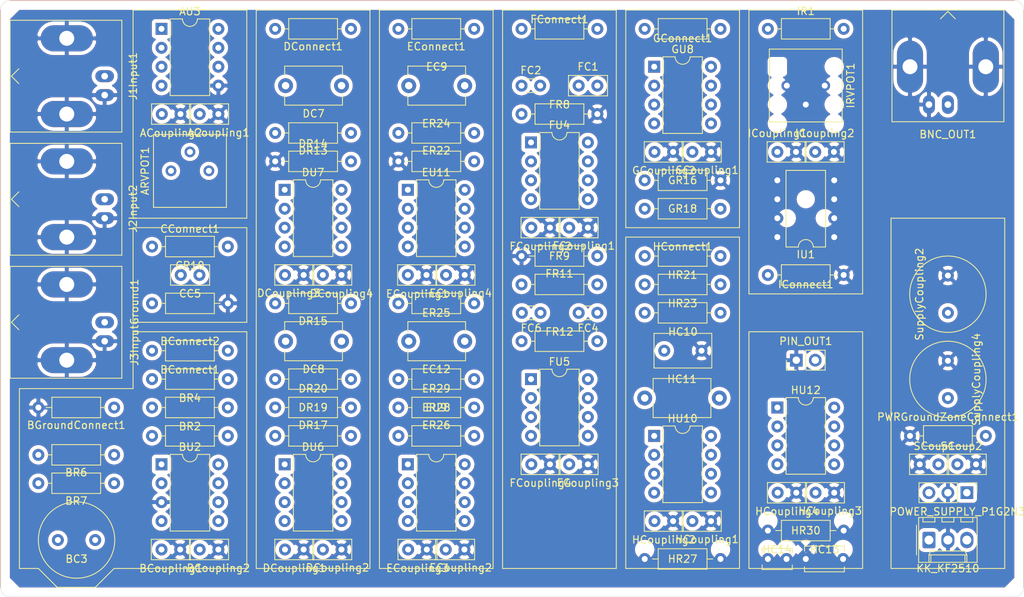
<source format=kicad_pcb>
(kicad_pcb (version 20171130) (host pcbnew "(5.1.2-1)-1")
  (layers (0 GND_1 power hide) (1 SIG_1 mixed) (2 SIG_2 mixed) (31 GND_2 power hide) (34 B.Paste user) (35 F.Paste user) (36 B.SilkS user) (37 F.SilkS user hide) (38 B.Mask user) (39 F.Mask user) (44 Edge.Cuts user))
  (net 0 "")
  (net 1 +9V)
  (net 2 -9V)
  (net 3 "Net-(ARVPOT1-Pad1)")
  (net 4 "Net-(ARVPOT1-Pad2)")
  (net 5 "Net-(AU3-Pad3)")
  (net 6 "Net-(AU3-Pad6)")
  (net 7 "Net-(AU3-Pad2)")
  (net 8 "Net-(BC3-Pad2)")
  (net 9 "Net-(BC3-Pad1)")
  (net 10 "Net-(BConnect1-Pad1)")
  (net 11 "Net-(BConnect2-Pad1)")
  (net 12 "Net-(BNC_OUT1-Pad1)")
  (net 13 "Net-(BR2-Pad2)")
  (net 14 "Net-(BU2-Pad8)")
  (net 15 "Net-(BU2-Pad5)")
  (net 16 "Net-(BU2-Pad1)")
  (net 17 "Net-(CC5-Pad2)")
  (net 18 "Net-(CC5-Pad1)")
  (net 19 "Net-(DC7-Pad2)")
  (net 20 "Net-(DC7-Pad1)")
  (net 21 "Net-(DC8-Pad2)")
  (net 22 "Net-(DC8-Pad1)")
  (net 23 "Net-(DR17-Pad1)")
  (net 24 "Net-(DR19-Pad1)")
  (net 25 "Net-(DU6-Pad8)")
  (net 26 "Net-(DU6-Pad5)")
  (net 27 "Net-(DU6-Pad1)")
  (net 28 "Net-(DU7-Pad8)")
  (net 29 "Net-(DU7-Pad5)")
  (net 30 "Net-(DU7-Pad1)")
  (net 31 "Net-(EC9-Pad2)")
  (net 32 "Net-(EC9-Pad1)")
  (net 33 "Net-(EC12-Pad2)")
  (net 34 "Net-(EC12-Pad1)")
  (net 35 "Net-(ER26-Pad1)")
  (net 36 "Net-(ER28-Pad1)")
  (net 37 "Net-(EU9-Pad8)")
  (net 38 "Net-(EU9-Pad5)")
  (net 39 "Net-(EU9-Pad1)")
  (net 40 "Net-(EU11-Pad8)")
  (net 41 "Net-(EU11-Pad5)")
  (net 42 "Net-(EU11-Pad1)")
  (net 43 "Net-(FC1-Pad2)")
  (net 44 "Net-(FC1-Pad1)")
  (net 45 "Net-(FC2-Pad1)")
  (net 46 "Net-(FC4-Pad2)")
  (net 47 "Net-(FC4-Pad1)")
  (net 48 "Net-(FC6-Pad1)")
  (net 49 "Net-(FR12-Pad1)")
  (net 50 "Net-(FU4-Pad8)")
  (net 51 "Net-(FU4-Pad5)")
  (net 52 "Net-(FU4-Pad1)")
  (net 53 "Net-(FU5-Pad8)")
  (net 54 "Net-(FU5-Pad5)")
  (net 55 "Net-(FU5-Pad1)")
  (net 56 "Net-(GConnect1-Pad2)")
  (net 57 "Net-(GR16-Pad2)")
  (net 58 "Net-(GR18-Pad1)")
  (net 59 "Net-(GU8-Pad8)")
  (net 60 "Net-(GU8-Pad5)")
  (net 61 "Net-(GU8-Pad1)")
  (net 62 "Net-(HC10-Pad2)")
  (net 63 "Net-(HC11-Pad2)")
  (net 64 "Net-(HC11-Pad1)")
  (net 65 "Net-(HC13-Pad2)")
  (net 66 "Net-(HC14-Pad2)")
  (net 67 "Net-(HC14-Pad1)")
  (net 68 "Net-(HConnect1-Pad2)")
  (net 69 "Net-(HU10-Pad8)")
  (net 70 "Net-(HU10-Pad5)")
  (net 71 "Net-(HU10-Pad1)")
  (net 72 "Net-(HU12-Pad8)")
  (net 73 "Net-(HU12-Pad5)")
  (net 74 "Net-(HU12-Pad1)")
  (net 75 "Net-(IConnect1-Pad2)")
  (net 76 "Net-(IR1-Pad2)")
  (net 77 "Net-(IU1-Pad8)")
  (net 78 "Net-(IU1-Pad5)")
  (net 79 "Net-(IU1-Pad1)")
  (net 80 GND)
  (net 81 GNDA)
  (module Package_DIP:DIP-8_W7.62mm (layer GND_1) (at 118.11 83.82)
    (fp_text reference EU9 (at 3.81 -7.62) (layer F.SilkS))
    (fp_text value OP07)
    (pad 8 thru_hole oval (at 7.62 0) (size 1.6 1.6) (drill 0.8) (layers *.Cu *.Mask) (net 37 "Net-(EU9-Pad8)"))
    (pad 4 thru_hole oval (at 0 7.62) (size 1.6 1.6) (drill 0.8) (layers *.Cu *.Mask) (net 2 -9V))
    (pad 7 thru_hole oval (at 7.62 2.54) (size 1.6 1.6) (drill 0.8) (layers *.Cu *.Mask) (net 1 +9V))
    (pad 3 thru_hole oval (at 0 5.08) (size 1.6 1.6) (drill 0.8) (layers *.Cu *.Mask) (net 36 "Net-(ER28-Pad1)"))
    (pad 6 thru_hole oval (at 7.62 5.08) (size 1.6 1.6) (drill 0.8) (layers *.Cu *.Mask) (net 34 "Net-(EC12-Pad1)"))
    (pad 2 thru_hole oval (at 0 2.54) (size 1.6 1.6) (drill 0.8) (layers *.Cu *.Mask) (net 33 "Net-(EC12-Pad2)"))
    (pad 5 thru_hole oval (at 7.62 7.62) (size 1.6 1.6) (drill 0.8) (layers *.Cu *.Mask) (net 38 "Net-(EU9-Pad5)"))
    (pad 1 thru_hole rect (at 0 0) (size 1.6 1.6) (drill 0.8) (layers *.Cu *.Mask) (net 39 "Net-(EU9-Pad1)"))
  )
  (module Capacitor_THT:C_Disc_D5.0mm_W2.5mm_P2.50mm (layer GND_1) (at 120.65 95.25 180)
    (fp_text reference ECoupling3 (at 1.25 -2.5 180) (layer F.SilkS))
    (fp_text value 0.1u)
    (pad 2 thru_hole circle (at 2.5 0 180) (size 1.6 1.6) (drill 0.8) (layers *.Cu *.Mask) (net 2 -9V))
    (pad 1 thru_hole circle (at 0 0 180) (size 1.6 1.6) (drill 0.8) (layers *.Cu *.Mask) (net 80 GND))
  )
  (module Capacitor_THT:C_Disc_D5.0mm_W2.5mm_P2.50mm (layer GND_1) (at 123.19 95.25)
    (fp_text reference ECoupling2 (at 2 2.44) (layer F.SilkS))
    (fp_text value 0.1u)
    (pad 2 thru_hole circle (at 2.5 0) (size 1.6 1.6) (drill 0.8) (layers *.Cu *.Mask) (net 80 GND))
    (pad 1 thru_hole circle (at 0 0) (size 1.6 1.6) (drill 0.8) (layers *.Cu *.Mask) (net 1 +9V))
  )
  (module Resistor_THT:R_Axial_DIN0207_L6.3mm_D2.5mm_P10.16mm_Horizontal (layer GND_1) (at 185.42 80.01)
    (fp_text reference PWRGroundZoneConnect1 (at 5.08 -2.54) (layer F.SilkS))
    (fp_text value 0)
    (pad 2 thru_hole oval (at 10.16 0) (size 1.6 1.6) (drill 0.8) (layers *.Cu *.Mask) (net 81 GNDA))
    (pad 1 thru_hole circle (at 0 0) (size 1.6 1.6) (drill 0.8) (layers *.Cu *.Mask) (net 80 GND))
  )
  (module Capacitor_THT:C_Disc_D5.0mm_W2.5mm_P2.50mm (layer GND_1) (at 191.77 83.82)
    (fp_text reference SCoup2 (at 0.54 -2.44) (layer F.SilkS))
    (fp_text value 0.1u)
    (pad 2 thru_hole circle (at 2.5 0) (size 1.6 1.6) (drill 0.8) (layers *.Cu *.Mask) (net 80 GND))
    (pad 1 thru_hole circle (at 0 0) (size 1.6 1.6) (drill 0.8) (layers *.Cu *.Mask) (net 1 +9V))
  )
  (module Capacitor_THT:C_Disc_D5.0mm_W2.5mm_P2.50mm (layer GND_1) (at 189.23 83.82 180)
    (fp_text reference SCoup1 (at 0.54 2.44 180) (layer F.SilkS))
    (fp_text value 0.1u)
    (pad 2 thru_hole circle (at 2.5 0 180) (size 1.6 1.6) (drill 0.8) (layers *.Cu *.Mask) (net 80 GND))
    (pad 1 thru_hole circle (at 0 0 180) (size 1.6 1.6) (drill 0.8) (layers *.Cu *.Mask) (net 2 -9V))
  )
  (module Capacitor_THT:C_Radial_D10.0mm_H12.5mm_P5.00mm (layer GND_1) (at 190.5 74.93 90)
    (fp_text reference SupplyCoupling4 (at 2.5 3.81 90) (layer F.SilkS))
    (fp_text value 10u)
    (pad 2 thru_hole circle (at 5 0 90) (size 1.6 1.6) (drill 0.8) (layers *.Cu *.Mask) (net 80 GND))
    (pad 1 thru_hole circle (at 0 0 90) (size 1.6 1.6) (drill 0.8) (layers *.Cu *.Mask) (net 1 +9V))
  )
  (module Capacitor_THT:C_Radial_D10.0mm_H12.5mm_P5.00mm (layer GND_1) (at 190.5 63.5 90)
    (fp_text reference SupplyCoupling2 (at 2.5 -3.81 90) (layer F.SilkS))
    (fp_text value 10u)
    (pad 2 thru_hole circle (at 5 0 90) (size 1.6 1.6) (drill 0.8) (layers *.Cu *.Mask) (net 80 GND))
    (pad 1 thru_hole circle (at 0 0 90) (size 1.6 1.6) (drill 0.8) (layers *.Cu *.Mask) (net 2 -9V))
  )
  (module Capacitor_THT:C_Disc_D3.0mm_W1.6mm_P2.50mm (layer GND_1) (at 135.89 63.5 180)
    (fp_text reference FC6 (at 1.25 -2.05 180) (layer F.SilkS))
    (fp_text value 100n)
    (pad 2 thru_hole circle (at 2.5 0 180) (size 1.6 1.6) (drill 0.8) (layers *.Cu *.Mask) (net 47 "Net-(FC4-Pad1)"))
    (pad 1 thru_hole circle (at 0 0 180) (size 1.6 1.6) (drill 0.8) (layers *.Cu *.Mask) (net 48 "Net-(FC6-Pad1)"))
  )
  (module Capacitor_THT:C_Disc_D3.0mm_W1.6mm_P2.50mm (layer GND_1) (at 143.51 63.5 180)
    (fp_text reference FC4 (at 1.25 -2.05 180) (layer F.SilkS))
    (fp_text value 100n)
    (pad 2 thru_hole circle (at 2.5 0 180) (size 1.6 1.6) (drill 0.8) (layers *.Cu *.Mask) (net 46 "Net-(FC4-Pad2)"))
    (pad 1 thru_hole circle (at 0 0 180) (size 1.6 1.6) (drill 0.8) (layers *.Cu *.Mask) (net 47 "Net-(FC4-Pad1)"))
  )
  (module Capacitor_THT:C_Disc_D3.0mm_W1.6mm_P2.50mm (layer GND_1) (at 133.35 33.02)
    (fp_text reference FC2 (at 1.25 -2.05) (layer F.SilkS))
    (fp_text value 100n)
    (pad 2 thru_hole circle (at 2.5 0) (size 1.6 1.6) (drill 0.8) (layers *.Cu *.Mask) (net 44 "Net-(FC1-Pad1)"))
    (pad 1 thru_hole circle (at 0 0) (size 1.6 1.6) (drill 0.8) (layers *.Cu *.Mask) (net 45 "Net-(FC2-Pad1)"))
  )
  (module Capacitor_THT:C_Disc_D5.0mm_W2.5mm_P2.50mm (layer GND_1) (at 158.75 91.44 180)
    (fp_text reference HCoupling1 (at 0.54 -2.44 180) (layer F.SilkS))
    (fp_text value 0.1u)
    (pad 2 thru_hole circle (at 2.5 0 180) (size 1.6 1.6) (drill 0.8) (layers *.Cu *.Mask) (net 1 +9V))
    (pad 1 thru_hole circle (at 0 0 180) (size 1.6 1.6) (drill 0.8) (layers *.Cu *.Mask) (net 80 GND))
  )
  (module Connector_PinHeader_2.54mm:PinHeader_1x02_P2.54mm_Vertical (layer GND_1) (at 170.18 69.85 90)
    (fp_text reference PIN_OUT1 (at 2.54 1.27 180) (layer F.SilkS))
    (fp_text value Conn_01x02_Male)
    (pad 1 thru_hole rect (at 0 0 90) (size 1.7 1.7) (drill 1) (layers *.Cu *.Mask) (net 80 GND))
    (pad 2 thru_hole oval (at 0 2.54 90) (size 1.7 1.7) (drill 1) (layers *.Cu *.Mask) (net 12 "Net-(BNC_OUT1-Pad1)"))
  )
  (module Capacitor_THT:C_Disc_D5.0mm_W2.5mm_P2.50mm (layer GND_1) (at 143.51 33.02 180)
    (fp_text reference FC1 (at 1.25 2.54 180) (layer F.SilkS))
    (fp_text value 100n)
    (pad 2 thru_hole circle (at 2.5 0 180) (size 1.6 1.6) (drill 0.8) (layers *.Cu *.Mask) (net 43 "Net-(FC1-Pad2)"))
    (pad 1 thru_hole circle (at 0 0 180) (size 1.6 1.6) (drill 0.8) (layers *.Cu *.Mask) (net 44 "Net-(FC1-Pad1)"))
  )
  (module Potentiometer_THT:Potentiometer_Bourns_3386P_Vertical (layer GND_1) (at 168.91 33.02 270)
    (fp_text reference IRVPOT1 (at -0.015 -8.555 90) (layer F.SilkS))
    (fp_text value 100k)
    (pad 1 thru_hole circle (at 0 0 270) (size 1.44 1.44) (drill 0.8) (layers *.Cu *.Mask) (net 12 "Net-(BNC_OUT1-Pad1)"))
    (pad 2 thru_hole circle (at 2.54 -2.54 270) (size 1.44 1.44) (drill 0.8) (layers *.Cu *.Mask) (net 76 "Net-(IR1-Pad2)"))
    (pad 3 thru_hole circle (at 0 -5.08 270) (size 1.44 1.44) (drill 0.8) (layers *.Cu *.Mask) (net 76 "Net-(IR1-Pad2)"))
  )
  (module Resistor_THT:R_Axial_DIN0207_L6.3mm_D2.5mm_P10.16mm_Horizontal (layer GND_1) (at 166.37 25.4)
    (fp_text reference IR1 (at 5.08 -2.37 180) (layer F.SilkS))
    (fp_text value 5.2k)
    (pad 2 thru_hole oval (at 10.16 0) (size 1.6 1.6) (drill 0.8) (layers *.Cu *.Mask) (net 76 "Net-(IR1-Pad2)"))
    (pad 1 thru_hole circle (at 0 0) (size 1.6 1.6) (drill 0.8) (layers *.Cu *.Mask) (net 80 GND))
  )
  (module Resistor_THT:R_Axial_DIN0207_L6.3mm_D2.5mm_P10.16mm_Horizontal (layer GND_1) (at 166.37 58.42)
    (fp_text reference IConnect1 (at 5.08 1.27 180) (layer F.SilkS))
    (fp_text value .)
    (pad 2 thru_hole oval (at 10.16 0) (size 1.6 1.6) (drill 0.8) (layers *.Cu *.Mask) (net 75 "Net-(IConnect1-Pad2)"))
    (pad 1 thru_hole circle (at 0 0) (size 1.6 1.6) (drill 0.8) (layers *.Cu *.Mask) (net 66 "Net-(HC14-Pad2)"))
  )
  (module Capacitor_THT:C_Disc_D5.0mm_W2.5mm_P2.50mm (layer GND_1) (at 172.72 41.91)
    (fp_text reference ICoupling2 (at 1.27 -2.5 180) (layer F.SilkS))
    (fp_text value 0.1u)
    (pad 2 thru_hole circle (at 2.5 0) (size 1.6 1.6) (drill 0.8) (layers *.Cu *.Mask) (net 2 -9V))
    (pad 1 thru_hole circle (at 0 0) (size 1.6 1.6) (drill 0.8) (layers *.Cu *.Mask) (net 80 GND))
  )
  (module Capacitor_THT:C_Disc_D5.0mm_W2.5mm_P2.50mm (layer GND_1) (at 167.64 41.91)
    (fp_text reference ICoupling1 (at 0 -2.5 180) (layer F.SilkS))
    (fp_text value 0.1u)
    (pad 2 thru_hole circle (at 2.5 0) (size 1.6 1.6) (drill 0.8) (layers *.Cu *.Mask) (net 1 +9V))
    (pad 1 thru_hole circle (at 0 0) (size 1.6 1.6) (drill 0.8) (layers *.Cu *.Mask) (net 80 GND))
  )
  (module Package_DIP:DIP-8_W7.62mm (layer GND_1) (at 175.26 53.34 180)
    (fp_text reference IU1 (at 3.81 -2.33) (layer F.SilkS))
    (fp_text value OP07)
    (pad 8 thru_hole oval (at 7.62 0 180) (size 1.6 1.6) (drill 0.8) (layers *.Cu *.Mask) (net 77 "Net-(IU1-Pad8)"))
    (pad 4 thru_hole oval (at 0 7.62 180) (size 1.6 1.6) (drill 0.8) (layers *.Cu *.Mask) (net 2 -9V))
    (pad 7 thru_hole oval (at 7.62 2.54 180) (size 1.6 1.6) (drill 0.8) (layers *.Cu *.Mask) (net 1 +9V))
    (pad 3 thru_hole oval (at 0 5.08 180) (size 1.6 1.6) (drill 0.8) (layers *.Cu *.Mask) (net 75 "Net-(IConnect1-Pad2)"))
    (pad 6 thru_hole oval (at 7.62 5.08 180) (size 1.6 1.6) (drill 0.8) (layers *.Cu *.Mask) (net 12 "Net-(BNC_OUT1-Pad1)"))
    (pad 2 thru_hole oval (at 0 2.54 180) (size 1.6 1.6) (drill 0.8) (layers *.Cu *.Mask) (net 76 "Net-(IR1-Pad2)"))
    (pad 5 thru_hole oval (at 7.62 7.62 180) (size 1.6 1.6) (drill 0.8) (layers *.Cu *.Mask) (net 78 "Net-(IU1-Pad5)"))
    (pad 1 thru_hole rect (at 0 0 180) (size 1.6 1.6) (drill 0.8) (layers *.Cu *.Mask) (net 79 "Net-(IU1-Pad1)"))
  )
  (module Package_DIP:DIP-8_W7.62mm (layer GND_1) (at 85.09 83.82)
    (fp_text reference BU2 (at 3.81 -2.33) (layer F.SilkS))
    (fp_text value OP07)
    (pad 8 thru_hole oval (at 7.62 0) (size 1.6 1.6) (drill 0.8) (layers *.Cu *.Mask) (net 14 "Net-(BU2-Pad8)"))
    (pad 4 thru_hole oval (at 0 7.62) (size 1.6 1.6) (drill 0.8) (layers *.Cu *.Mask) (net 2 -9V))
    (pad 7 thru_hole oval (at 7.62 2.54) (size 1.6 1.6) (drill 0.8) (layers *.Cu *.Mask) (net 1 +9V))
    (pad 3 thru_hole oval (at 0 5.08) (size 1.6 1.6) (drill 0.8) (layers *.Cu *.Mask) (net 80 GND))
    (pad 6 thru_hole oval (at 7.62 5.08) (size 1.6 1.6) (drill 0.8) (layers *.Cu *.Mask) (net 9 "Net-(BC3-Pad1)"))
    (pad 2 thru_hole oval (at 0 2.54) (size 1.6 1.6) (drill 0.8) (layers *.Cu *.Mask) (net 13 "Net-(BR2-Pad2)"))
    (pad 5 thru_hole oval (at 7.62 7.62) (size 1.6 1.6) (drill 0.8) (layers *.Cu *.Mask) (net 15 "Net-(BU2-Pad5)"))
    (pad 1 thru_hole rect (at 0 0) (size 1.6 1.6) (drill 0.8) (layers *.Cu *.Mask) (net 16 "Net-(BU2-Pad1)"))
  )
  (module Resistor_THT:R_Axial_DIN0207_L6.3mm_D2.5mm_P10.16mm_Horizontal (layer GND_1) (at 78.74 86.36 180)
    (fp_text reference BR7 (at 5.08 -2.37 180) (layer F.SilkS))
    (fp_text value 1Meg)
    (pad 2 thru_hole oval (at 10.16 0 180) (size 1.6 1.6) (drill 0.8) (layers *.Cu *.Mask) (net 13 "Net-(BR2-Pad2)"))
    (pad 1 thru_hole circle (at 0 0 180) (size 1.6 1.6) (drill 0.8) (layers *.Cu *.Mask) (net 9 "Net-(BC3-Pad1)"))
  )
  (module Resistor_THT:R_Axial_DIN0207_L6.3mm_D2.5mm_P10.16mm_Horizontal (layer GND_1) (at 78.74 82.55 180)
    (fp_text reference BR6 (at 5.08 -2.37 180) (layer F.SilkS))
    (fp_text value 10k)
    (pad 2 thru_hole oval (at 10.16 0 180) (size 1.6 1.6) (drill 0.8) (layers *.Cu *.Mask) (net 13 "Net-(BR2-Pad2)"))
    (pad 1 thru_hole circle (at 0 0 180) (size 1.6 1.6) (drill 0.8) (layers *.Cu *.Mask) (net 8 "Net-(BC3-Pad2)"))
  )
  (module Resistor_THT:R_Axial_DIN0207_L6.3mm_D2.5mm_P10.16mm_Horizontal (layer GND_1) (at 83.82 76.2)
    (fp_text reference BR4 (at 5.08 -1.27) (layer F.SilkS))
    (fp_text value 24.9k)
    (pad 2 thru_hole oval (at 10.16 0) (size 1.6 1.6) (drill 0.8) (layers *.Cu *.Mask) (net 13 "Net-(BR2-Pad2)"))
    (pad 1 thru_hole circle (at 0 0) (size 1.6 1.6) (drill 0.8) (layers *.Cu *.Mask) (net 11 "Net-(BConnect2-Pad1)"))
  )
  (module Resistor_THT:R_Axial_DIN0207_L6.3mm_D2.5mm_P10.16mm_Horizontal (layer GND_1) (at 83.82 80.01)
    (fp_text reference BR2 (at 5.08 -1.27) (layer F.SilkS))
    (fp_text value 24.9k)
    (pad 2 thru_hole oval (at 10.16 0) (size 1.6 1.6) (drill 0.8) (layers *.Cu *.Mask) (net 13 "Net-(BR2-Pad2)"))
    (pad 1 thru_hole circle (at 0 0) (size 1.6 1.6) (drill 0.8) (layers *.Cu *.Mask) (net 10 "Net-(BConnect1-Pad1)"))
  )
  (module Resistor_THT:R_Axial_DIN0207_L6.3mm_D2.5mm_P10.16mm_Horizontal (layer GND_1) (at 93.98 68.58 180)
    (fp_text reference BConnect2 (at 5.08 1.27 180) (layer F.SilkS))
    (fp_text value .)
    (pad 2 thru_hole oval (at 10.16 0 180) (size 1.6 1.6) (drill 0.8) (layers *.Cu *.Mask) (net 3 "Net-(ARVPOT1-Pad1)"))
    (pad 1 thru_hole circle (at 0 0 180) (size 1.6 1.6) (drill 0.8) (layers *.Cu *.Mask) (net 11 "Net-(BConnect2-Pad1)"))
  )
  (module Resistor_THT:R_Axial_DIN0207_L6.3mm_D2.5mm_P10.16mm_Horizontal (layer GND_1) (at 93.98 72.39 180)
    (fp_text reference BConnect1 (at 5.08 1.27 180) (layer F.SilkS))
    (fp_text value .)
    (pad 2 thru_hole oval (at 10.16 0 180) (size 1.6 1.6) (drill 0.8) (layers *.Cu *.Mask) (net 4 "Net-(ARVPOT1-Pad2)"))
    (pad 1 thru_hole circle (at 0 0 180) (size 1.6 1.6) (drill 0.8) (layers *.Cu *.Mask) (net 10 "Net-(BConnect1-Pad1)"))
  )
  (module Capacitor_THT:C_Radial_D10.0mm_H12.5mm_P5.00mm (layer GND_1) (at 76.2 93.98 180)
    (fp_text reference BC3 (at 2.5 -2.54 180) (layer F.SilkS))
    (fp_text value C)
    (pad 2 thru_hole circle (at 5 0 180) (size 1.6 1.6) (drill 0.8) (layers *.Cu *.Mask) (net 8 "Net-(BC3-Pad2)"))
    (pad 1 thru_hole circle (at 0 0 180) (size 1.6 1.6) (drill 0.8) (layers *.Cu *.Mask) (net 9 "Net-(BC3-Pad1)"))
  )
  (module Capacitor_THT:C_Disc_D5.0mm_W2.5mm_P2.50mm (layer GND_1) (at 92.71 95.25 180)
    (fp_text reference BCoupling2 (at 0 -2.5 180) (layer F.SilkS))
    (fp_text value 0.1u)
    (pad 2 thru_hole circle (at 2.5 0 180) (size 1.6 1.6) (drill 0.8) (layers *.Cu *.Mask) (net 1 +9V))
    (pad 1 thru_hole circle (at 0 0 180) (size 1.6 1.6) (drill 0.8) (layers *.Cu *.Mask) (net 80 GND))
  )
  (module Capacitor_THT:C_Disc_D5.0mm_W2.5mm_P2.50mm (layer GND_1) (at 85.09 95.25)
    (fp_text reference BCoupling1 (at 1.27 2.54) (layer F.SilkS))
    (fp_text value 0.1u)
    (pad 2 thru_hole circle (at 2.5 0) (size 1.6 1.6) (drill 0.8) (layers *.Cu *.Mask) (net 80 GND))
    (pad 1 thru_hole circle (at 0 0) (size 1.6 1.6) (drill 0.8) (layers *.Cu *.Mask) (net 2 -9V))
  )
  (module Capacitor_THT:C_Disc_D5.0mm_W2.5mm_P2.50mm (layer GND_1) (at 170.18 87.63 180)
    (fp_text reference HCoupling4 (at 1.25 -2.5 180) (layer F.SilkS))
    (fp_text value 0.1u)
    (pad 2 thru_hole circle (at 2.5 0 180) (size 1.6 1.6) (drill 0.8) (layers *.Cu *.Mask) (net 2 -9V))
    (pad 1 thru_hole circle (at 0 0 180) (size 1.6 1.6) (drill 0.8) (layers *.Cu *.Mask) (net 80 GND))
  )
  (module Capacitor_THT:C_Disc_D5.0mm_W2.5mm_P2.50mm (layer GND_1) (at 175.26 87.63 180)
    (fp_text reference HCoupling3 (at 0.54 -2.44 180) (layer F.SilkS))
    (fp_text value 0.1u)
    (pad 2 thru_hole circle (at 2.5 0 180) (size 1.6 1.6) (drill 0.8) (layers *.Cu *.Mask) (net 1 +9V))
    (pad 1 thru_hole circle (at 0 0 180) (size 1.6 1.6) (drill 0.8) (layers *.Cu *.Mask) (net 80 GND))
  )
  (module Capacitor_THT:C_Disc_D5.0mm_W2.5mm_P2.50mm (layer GND_1) (at 153.67 91.44 180)
    (fp_text reference HCoupling2 (at 1.25 -2.5 180) (layer F.SilkS))
    (fp_text value 0.1u)
    (pad 2 thru_hole circle (at 2.5 0 180) (size 1.6 1.6) (drill 0.8) (layers *.Cu *.Mask) (net 2 -9V))
    (pad 1 thru_hole circle (at 0 0 180) (size 1.6 1.6) (drill 0.8) (layers *.Cu *.Mask) (net 80 GND))
  )
  (module Capacitor_THT:C_Disc_D5.0mm_W2.5mm_P2.50mm (layer GND_1) (at 153.67 41.91 180)
    (fp_text reference GCoupling2 (at 1.25 -2.5 180) (layer F.SilkS))
    (fp_text value 0.1u)
    (pad 2 thru_hole circle (at 2.5 0 180) (size 1.6 1.6) (drill 0.8) (layers *.Cu *.Mask) (net 2 -9V))
    (pad 1 thru_hole circle (at 0 0 180) (size 1.6 1.6) (drill 0.8) (layers *.Cu *.Mask) (net 80 GND))
  )
  (module Capacitor_THT:C_Disc_D5.0mm_W2.5mm_P2.50mm (layer GND_1) (at 158.75 41.91 180)
    (fp_text reference GCoupling1 (at 0.54 -2.44 180) (layer F.SilkS))
    (fp_text value 0.1u)
    (pad 2 thru_hole circle (at 2.5 0 180) (size 1.6 1.6) (drill 0.8) (layers *.Cu *.Mask) (net 1 +9V))
    (pad 1 thru_hole circle (at 0 0 180) (size 1.6 1.6) (drill 0.8) (layers *.Cu *.Mask) (net 80 GND))
  )
  (module Capacitor_THT:C_Disc_D5.0mm_W2.5mm_P2.50mm (layer GND_1) (at 137.16 83.82 180)
    (fp_text reference FCoupling4 (at 1.25 -2.5 180) (layer F.SilkS))
    (fp_text value 0.1u)
    (pad 2 thru_hole circle (at 2.5 0 180) (size 1.6 1.6) (drill 0.8) (layers *.Cu *.Mask) (net 2 -9V))
    (pad 1 thru_hole circle (at 0 0 180) (size 1.6 1.6) (drill 0.8) (layers *.Cu *.Mask) (net 80 GND))
  )
  (module Capacitor_THT:C_Disc_D5.0mm_W2.5mm_P2.50mm (layer GND_1) (at 142.24 83.82 180)
    (fp_text reference FCoupling3 (at 0 -2.5 180) (layer F.SilkS))
    (fp_text value 0.1u)
    (pad 2 thru_hole circle (at 2.5 0 180) (size 1.6 1.6) (drill 0.8) (layers *.Cu *.Mask) (net 1 +9V))
    (pad 1 thru_hole circle (at 0 0 180) (size 1.6 1.6) (drill 0.8) (layers *.Cu *.Mask) (net 80 GND))
  )
  (module Capacitor_THT:C_Disc_D5.0mm_W2.5mm_P2.50mm (layer GND_1) (at 137.16 52.07 180)
    (fp_text reference FCoupling2 (at 1.25 -2.5 180) (layer F.SilkS))
    (fp_text value 0.1u)
    (pad 2 thru_hole circle (at 2.5 0 180) (size 1.6 1.6) (drill 0.8) (layers *.Cu *.Mask) (net 2 -9V))
    (pad 1 thru_hole circle (at 0 0 180) (size 1.6 1.6) (drill 0.8) (layers *.Cu *.Mask) (net 80 GND))
  )
  (module Capacitor_THT:C_Disc_D5.0mm_W2.5mm_P2.50mm (layer GND_1) (at 142.24 52.07 180)
    (fp_text reference FCoupling1 (at 0.54 -2.44 180) (layer F.SilkS))
    (fp_text value 0.1u)
    (pad 2 thru_hole circle (at 2.5 0 180) (size 1.6 1.6) (drill 0.8) (layers *.Cu *.Mask) (net 1 +9V))
    (pad 1 thru_hole circle (at 0 0 180) (size 1.6 1.6) (drill 0.8) (layers *.Cu *.Mask) (net 80 GND))
  )
  (module Capacitor_THT:C_Disc_D5.0mm_W2.5mm_P2.50mm (layer GND_1) (at 125.73 58.42 180)
    (fp_text reference ECoupling4 (at 0.54 -2.44 180) (layer F.SilkS))
    (fp_text value 0.1u)
    (pad 2 thru_hole circle (at 2.5 0 180) (size 1.6 1.6) (drill 0.8) (layers *.Cu *.Mask) (net 1 +9V))
    (pad 1 thru_hole circle (at 0 0 180) (size 1.6 1.6) (drill 0.8) (layers *.Cu *.Mask) (net 80 GND))
  )
  (module Capacitor_THT:C_Disc_D5.0mm_W2.5mm_P2.50mm (layer GND_1) (at 118.11 58.42)
    (fp_text reference ECoupling1 (at 1.27 2.54) (layer F.SilkS))
    (fp_text value 0.1u)
    (pad 2 thru_hole circle (at 2.5 0) (size 1.6 1.6) (drill 0.8) (layers *.Cu *.Mask) (net 80 GND))
    (pad 1 thru_hole circle (at 0 0) (size 1.6 1.6) (drill 0.8) (layers *.Cu *.Mask) (net 2 -9V))
  )
  (module Capacitor_THT:C_Disc_D5.0mm_W2.5mm_P2.50mm (layer GND_1) (at 109.22 58.42 180)
    (fp_text reference DCoupling4 (at 0 -2.5 180) (layer F.SilkS))
    (fp_text value 0.1u)
    (pad 2 thru_hole circle (at 2.5 0 180) (size 1.6 1.6) (drill 0.8) (layers *.Cu *.Mask) (net 1 +9V))
    (pad 1 thru_hole circle (at 0 0 180) (size 1.6 1.6) (drill 0.8) (layers *.Cu *.Mask) (net 80 GND))
  )
  (module Capacitor_THT:C_Disc_D5.0mm_W2.5mm_P2.50mm (layer GND_1) (at 104.14 58.42 180)
    (fp_text reference DCoupling3 (at 2 -2.44 180) (layer F.SilkS))
    (fp_text value 0.1u)
    (pad 2 thru_hole circle (at 2.5 0 180) (size 1.6 1.6) (drill 0.8) (layers *.Cu *.Mask) (net 2 -9V))
    (pad 1 thru_hole circle (at 0 0 180) (size 1.6 1.6) (drill 0.8) (layers *.Cu *.Mask) (net 80 GND))
  )
  (module Capacitor_THT:C_Disc_D5.0mm_W2.5mm_P2.50mm (layer GND_1) (at 109.22 95.25 180)
    (fp_text reference DCoupling2 (at 0.54 -2.44 180) (layer F.SilkS))
    (fp_text value 0.1u)
    (pad 2 thru_hole circle (at 2.5 0 180) (size 1.6 1.6) (drill 0.8) (layers *.Cu *.Mask) (net 1 +9V))
    (pad 1 thru_hole circle (at 0 0 180) (size 1.6 1.6) (drill 0.8) (layers *.Cu *.Mask) (net 80 GND))
  )
  (module Capacitor_THT:C_Disc_D5.0mm_W2.5mm_P2.50mm (layer GND_1) (at 104.14 95.25 180)
    (fp_text reference DCoupling1 (at 1.25 -2.5 180) (layer F.SilkS))
    (fp_text value 0.1u)
    (pad 2 thru_hole circle (at 2.5 0 180) (size 1.6 1.6) (drill 0.8) (layers *.Cu *.Mask) (net 2 -9V))
    (pad 1 thru_hole circle (at 0 0 180) (size 1.6 1.6) (drill 0.8) (layers *.Cu *.Mask) (net 80 GND))
  )
  (module Capacitor_THT:C_Disc_D5.0mm_W2.5mm_P2.50mm (layer GND_1) (at 90.17 58.42 180)
    (fp_text reference CC5 (at 1.25 -2.5 180) (layer F.SilkS))
    (fp_text value 0.1u)
    (pad 2 thru_hole circle (at 2.5 0 180) (size 1.6 1.6) (drill 0.8) (layers *.Cu *.Mask) (net 17 "Net-(CC5-Pad2)"))
    (pad 1 thru_hole circle (at 0 0 180) (size 1.6 1.6) (drill 0.8) (layers *.Cu *.Mask) (net 18 "Net-(CC5-Pad1)"))
  )
  (module Capacitor_THT:C_Disc_D5.0mm_W2.5mm_P2.50mm (layer GND_1) (at 87.63 36.83 180)
    (fp_text reference ACoupling2 (at 1.27 -2.54 180) (layer F.SilkS))
    (fp_text value 0.1u)
    (pad 2 thru_hole circle (at 2.5 0 180) (size 1.6 1.6) (drill 0.8) (layers *.Cu *.Mask) (net 2 -9V))
    (pad 1 thru_hole circle (at 0 0 180) (size 1.6 1.6) (drill 0.8) (layers *.Cu *.Mask) (net 80 GND))
  )
  (module Capacitor_THT:C_Disc_D5.0mm_W2.5mm_P2.50mm (layer GND_1) (at 92.71 36.83 180)
    (fp_text reference ACoupling1 (at 0 -2.5 180) (layer F.SilkS))
    (fp_text value 0.1u)
    (pad 2 thru_hole circle (at 2.5 0 180) (size 1.6 1.6) (drill 0.8) (layers *.Cu *.Mask) (net 1 +9V))
    (pad 1 thru_hole circle (at 0 0 180) (size 1.6 1.6) (drill 0.8) (layers *.Cu *.Mask) (net 80 GND))
  )
  (module Connector_Molex:Molex_KK-254_AE-6410-03A_1x03_P2.54mm_Vertical (layer GND_1) (at 187.96 93.98)
    (fp_text reference KK_KF2510 (at 2.54 3.81) (layer F.SilkS))
    (fp_text value Conn_01x03_Male)
    (pad 3 thru_hole oval (at 5.08 0) (size 1.74 2.2) (drill 1.2) (layers *.Cu *.Mask) (net 1 +9V))
    (pad 2 thru_hole oval (at 2.54 0) (size 1.74 2.2) (drill 1.2) (layers *.Cu *.Mask) (net 80 GND))
    (pad 1 thru_hole roundrect (at 0 0) (size 1.74 2.2) (drill 1.2) (layers *.Cu *.Mask) (roundrect_rratio 0.143678) (net 2 -9V))
  )
  (module Connector_Coaxial:BNC_Amphenol_B6252HB-NPP3G-50_Horizontal (layer GND_1) (at 77.47 64.77 90)
    (fp_text reference J3InputGround1 (at 0 4 90) (layer F.SilkS))
    (fp_text value Conn_Coaxial)
    (pad 2 thru_hole oval (at -2.54 0 90) (size 1.6 2.5) (drill 0.89) (layers *.Cu *.Mask) (net 80 GND))
    (pad 1 thru_hole oval (at 0 0 90) (size 1.6 2.5) (drill 0.89) (layers *.Cu *.Mask) (net 9 "Net-(BC3-Pad1)"))
    (pad 2 thru_hole oval (at 5.08 -5.08 90) (size 3.5 7) (drill 2.01) (layers *.Cu *.Mask) (net 80 GND))
    (pad 2 thru_hole oval (at -5.08 -5.08 90) (size 3.5 7) (drill 2.01) (layers *.Cu *.Mask) (net 80 GND))
  )
  (module Connector_Coaxial:BNC_Amphenol_B6252HB-NPP3G-50_Horizontal (layer GND_1) (at 77.47 48.26 90)
    (fp_text reference J2Input2 (at -1.27 3.81 270) (layer F.SilkS))
    (fp_text value Conn_Coaxial)
    (pad 2 thru_hole oval (at -2.54 0 90) (size 1.6 2.5) (drill 0.89) (layers *.Cu *.Mask) (net 80 GND))
    (pad 1 thru_hole oval (at 0 0 90) (size 1.6 2.5) (drill 0.89) (layers *.Cu *.Mask) (net 5 "Net-(AU3-Pad3)"))
    (pad 2 thru_hole oval (at 5.08 -5.08 90) (size 3.5 7) (drill 2.01) (layers *.Cu *.Mask) (net 80 GND))
    (pad 2 thru_hole oval (at -5.08 -5.08 90) (size 3.5 7) (drill 2.01) (layers *.Cu *.Mask) (net 80 GND))
  )
  (module Connector_Coaxial:BNC_Amphenol_B6252HB-NPP3G-50_Horizontal (layer GND_1) (at 77.47 31.75 90)
    (fp_text reference J1Input1 (at 0 3.81 270) (layer F.SilkS))
    (fp_text value Conn_Coaxial)
    (pad 2 thru_hole oval (at -2.54 0 90) (size 1.6 2.5) (drill 0.89) (layers *.Cu *.Mask) (net 80 GND))
    (pad 1 thru_hole oval (at 0 0 90) (size 1.6 2.5) (drill 0.89) (layers *.Cu *.Mask) (net 7 "Net-(AU3-Pad2)"))
    (pad 2 thru_hole oval (at 5.08 -5.08 90) (size 3.5 7) (drill 2.01) (layers *.Cu *.Mask) (net 80 GND))
    (pad 2 thru_hole oval (at -5.08 -5.08 90) (size 3.5 7) (drill 2.01) (layers *.Cu *.Mask) (net 80 GND))
  )
  (module Package_DIP:DIP-8_W7.62mm (layer GND_1) (at 167.64 76.2)
    (fp_text reference HU12 (at 3.81 -2.33) (layer F.SilkS))
    (fp_text value OP07)
    (pad 8 thru_hole oval (at 7.62 0) (size 1.6 1.6) (drill 0.8) (layers *.Cu *.Mask) (net 72 "Net-(HU12-Pad8)"))
    (pad 4 thru_hole oval (at 0 7.62) (size 1.6 1.6) (drill 0.8) (layers *.Cu *.Mask) (net 2 -9V))
    (pad 7 thru_hole oval (at 7.62 2.54) (size 1.6 1.6) (drill 0.8) (layers *.Cu *.Mask) (net 1 +9V))
    (pad 3 thru_hole oval (at 0 5.08) (size 1.6 1.6) (drill 0.8) (layers *.Cu *.Mask) (net 65 "Net-(HC13-Pad2)"))
    (pad 6 thru_hole oval (at 7.62 5.08) (size 1.6 1.6) (drill 0.8) (layers *.Cu *.Mask) (net 66 "Net-(HC14-Pad2)"))
    (pad 2 thru_hole oval (at 0 2.54) (size 1.6 1.6) (drill 0.8) (layers *.Cu *.Mask) (net 66 "Net-(HC14-Pad2)"))
    (pad 5 thru_hole oval (at 7.62 7.62) (size 1.6 1.6) (drill 0.8) (layers *.Cu *.Mask) (net 73 "Net-(HU12-Pad5)"))
    (pad 1 thru_hole rect (at 0 0) (size 1.6 1.6) (drill 0.8) (layers *.Cu *.Mask) (net 74 "Net-(HU12-Pad1)"))
  )
  (module Package_DIP:DIP-8_W7.62mm (layer GND_1) (at 151.13 80.01)
    (fp_text reference HU10 (at 3.81 -2.33) (layer F.SilkS))
    (fp_text value OP07)
    (pad 8 thru_hole oval (at 7.62 0) (size 1.6 1.6) (drill 0.8) (layers *.Cu *.Mask) (net 69 "Net-(HU10-Pad8)"))
    (pad 4 thru_hole oval (at 0 7.62) (size 1.6 1.6) (drill 0.8) (layers *.Cu *.Mask) (net 2 -9V))
    (pad 7 thru_hole oval (at 7.62 2.54) (size 1.6 1.6) (drill 0.8) (layers *.Cu *.Mask) (net 1 +9V))
    (pad 3 thru_hole oval (at 0 5.08) (size 1.6 1.6) (drill 0.8) (layers *.Cu *.Mask) (net 62 "Net-(HC10-Pad2)"))
    (pad 6 thru_hole oval (at 7.62 5.08) (size 1.6 1.6) (drill 0.8) (layers *.Cu *.Mask) (net 64 "Net-(HC11-Pad1)"))
    (pad 2 thru_hole oval (at 0 2.54) (size 1.6 1.6) (drill 0.8) (layers *.Cu *.Mask) (net 64 "Net-(HC11-Pad1)"))
    (pad 5 thru_hole oval (at 7.62 7.62) (size 1.6 1.6) (drill 0.8) (layers *.Cu *.Mask) (net 70 "Net-(HU10-Pad5)"))
    (pad 1 thru_hole rect (at 0 0) (size 1.6 1.6) (drill 0.8) (layers *.Cu *.Mask) (net 71 "Net-(HU10-Pad1)"))
  )
  (module Resistor_THT:R_Axial_DIN0207_L6.3mm_D2.5mm_P10.16mm_Horizontal (layer GND_1) (at 176.53 92.71 180)
    (fp_text reference HR30 (at 5.08 0 180) (layer F.SilkS))
    (fp_text value 413k)
    (pad 2 thru_hole oval (at 10.16 0 180) (size 1.6 1.6) (drill 0.8) (layers *.Cu *.Mask) (net 67 "Net-(HC14-Pad1)"))
    (pad 1 thru_hole circle (at 0 0 180) (size 1.6 1.6) (drill 0.8) (layers *.Cu *.Mask) (net 65 "Net-(HC13-Pad2)"))
  )
  (module Resistor_THT:R_Axial_DIN0207_L6.3mm_D2.5mm_P10.16mm_Horizontal (layer GND_1) (at 160.02 96.52 180)
    (fp_text reference HR27 (at 5.08 0 180) (layer F.SilkS))
    (fp_text value 413k)
    (pad 2 thru_hole oval (at 10.16 0 180) (size 1.6 1.6) (drill 0.8) (layers *.Cu *.Mask) (net 64 "Net-(HC11-Pad1)"))
    (pad 1 thru_hole circle (at 0 0 180) (size 1.6 1.6) (drill 0.8) (layers *.Cu *.Mask) (net 67 "Net-(HC14-Pad1)"))
  )
  (module Resistor_THT:R_Axial_DIN0207_L6.3mm_D2.5mm_P10.16mm_Horizontal (layer GND_1) (at 149.86 63.5)
    (fp_text reference HR23 (at 5.08 -1.27) (layer F.SilkS))
    (fp_text value 1.52Meg)
    (pad 2 thru_hole oval (at 10.16 0) (size 1.6 1.6) (drill 0.8) (layers *.Cu *.Mask) (net 63 "Net-(HC11-Pad2)"))
    (pad 1 thru_hole circle (at 0 0) (size 1.6 1.6) (drill 0.8) (layers *.Cu *.Mask) (net 62 "Net-(HC10-Pad2)"))
  )
  (module Resistor_THT:R_Axial_DIN0207_L6.3mm_D2.5mm_P10.16mm_Horizontal (layer GND_1) (at 160.02 59.69 180)
    (fp_text reference HR21 (at 5.08 1.27 180) (layer F.SilkS))
    (fp_text value 61.7k)
    (pad 2 thru_hole oval (at 10.16 0 180) (size 1.6 1.6) (drill 0.8) (layers *.Cu *.Mask) (net 68 "Net-(HConnect1-Pad2)"))
    (pad 1 thru_hole circle (at 0 0 180) (size 1.6 1.6) (drill 0.8) (layers *.Cu *.Mask) (net 63 "Net-(HC11-Pad2)"))
  )
  (module Resistor_THT:R_Axial_DIN0207_L6.3mm_D2.5mm_P10.16mm_Horizontal (layer GND_1) (at 160.02 55.88 180)
    (fp_text reference HConnect1 (at 5.08 1.27 180) (layer F.SilkS))
    (fp_text value .)
    (pad 2 thru_hole oval (at 10.16 0 180) (size 1.6 1.6) (drill 0.8) (layers *.Cu *.Mask) (net 68 "Net-(HConnect1-Pad2)"))
    (pad 1 thru_hole circle (at 0 0 180) (size 1.6 1.6) (drill 0.8) (layers *.Cu *.Mask) (net 58 "Net-(GR18-Pad1)"))
  )
  (module Capacitor_THT:C_Disc_D3.8mm_W2.6mm_P2.50mm (layer GND_1) (at 166.37 96.52)
    (fp_text reference HC14 (at 1.25 -1.27) (layer F.SilkS))
    (fp_text value 43n)
    (pad 2 thru_hole circle (at 2.5 0) (size 1.6 1.6) (drill 0.8) (layers *.Cu *.Mask) (net 66 "Net-(HC14-Pad2)"))
    (pad 1 thru_hole circle (at 0 0) (size 1.6 1.6) (drill 0.8) (layers *.Cu *.Mask) (net 67 "Net-(HC14-Pad1)"))
  )
  (module Capacitor_THT:C_Disc_D5.1mm_W3.2mm_P5.00mm (layer GND_1) (at 171.45 96.52)
    (fp_text reference HC13 (at 2.54 -1.27) (layer F.SilkS))
    (fp_text value 2.4n)
    (pad 2 thru_hole circle (at 5 0) (size 1.6 1.6) (drill 0.8) (layers *.Cu *.Mask) (net 65 "Net-(HC13-Pad2)"))
    (pad 1 thru_hole circle (at 0 0) (size 1.6 1.6) (drill 0.8) (layers *.Cu *.Mask) (net 80 GND))
  )
  (module Capacitor_THT:C_Disc_D7.5mm_W5.0mm_P10.00mm (layer GND_1) (at 149.86 74.93)
    (fp_text reference HC11 (at 5 -2.54) (layer F.SilkS))
    (fp_text value 62n)
    (pad 2 thru_hole circle (at 10 0) (size 2 2) (drill 1) (layers *.Cu *.Mask) (net 63 "Net-(HC11-Pad2)"))
    (pad 1 thru_hole circle (at 0 0) (size 2 2) (drill 1) (layers *.Cu *.Mask) (net 64 "Net-(HC11-Pad1)"))
  )
  (module Capacitor_THT:C_Disc_D7.5mm_W4.4mm_P5.00mm (layer GND_1) (at 157.48 68.58 180)
    (fp_text reference HC10 (at 2.5 2.54 180) (layer F.SilkS))
    (fp_text value 6.2n)
    (pad 2 thru_hole circle (at 5 0 180) (size 1.6 1.6) (drill 0.8) (layers *.Cu *.Mask) (net 62 "Net-(HC10-Pad2)"))
    (pad 1 thru_hole circle (at 0 0 180) (size 1.6 1.6) (drill 0.8) (layers *.Cu *.Mask) (net 80 GND))
  )
  (module Package_DIP:DIP-8_W7.62mm (layer GND_1) (at 151.13 30.48)
    (fp_text reference GU8 (at 3.81 -2.33) (layer F.SilkS))
    (fp_text value OP07)
    (pad 8 thru_hole oval (at 7.62 0) (size 1.6 1.6) (drill 0.8) (layers *.Cu *.Mask) (net 59 "Net-(GU8-Pad8)"))
    (pad 4 thru_hole oval (at 0 7.62) (size 1.6 1.6) (drill 0.8) (layers *.Cu *.Mask) (net 2 -9V))
    (pad 7 thru_hole oval (at 7.62 2.54) (size 1.6 1.6) (drill 0.8) (layers *.Cu *.Mask) (net 1 +9V))
    (pad 3 thru_hole oval (at 0 5.08) (size 1.6 1.6) (drill 0.8) (layers *.Cu *.Mask) (net 56 "Net-(GConnect1-Pad2)"))
    (pad 6 thru_hole oval (at 7.62 5.08) (size 1.6 1.6) (drill 0.8) (layers *.Cu *.Mask) (net 58 "Net-(GR18-Pad1)"))
    (pad 2 thru_hole oval (at 0 2.54) (size 1.6 1.6) (drill 0.8) (layers *.Cu *.Mask) (net 57 "Net-(GR16-Pad2)"))
    (pad 5 thru_hole oval (at 7.62 7.62) (size 1.6 1.6) (drill 0.8) (layers *.Cu *.Mask) (net 60 "Net-(GU8-Pad5)"))
    (pad 1 thru_hole rect (at 0 0) (size 1.6 1.6) (drill 0.8) (layers *.Cu *.Mask) (net 61 "Net-(GU8-Pad1)"))
  )
  (module Resistor_THT:R_Axial_DIN0207_L6.3mm_D2.5mm_P10.16mm_Horizontal (layer GND_1) (at 160.02 49.53 180)
    (fp_text reference GR18 (at 5.08 0 180) (layer F.SilkS))
    (fp_text value 190k)
    (pad 2 thru_hole oval (at 10.16 0 180) (size 1.6 1.6) (drill 0.8) (layers *.Cu *.Mask) (net 57 "Net-(GR16-Pad2)"))
    (pad 1 thru_hole circle (at 0 0 180) (size 1.6 1.6) (drill 0.8) (layers *.Cu *.Mask) (net 58 "Net-(GR18-Pad1)"))
  )
  (module Resistor_THT:R_Axial_DIN0207_L6.3mm_D2.5mm_P10.16mm_Horizontal (layer GND_1) (at 160.02 45.72 180)
    (fp_text reference GR16 (at 5.08 0 180) (layer F.SilkS))
    (fp_text value 10k)
    (pad 2 thru_hole oval (at 10.16 0 180) (size 1.6 1.6) (drill 0.8) (layers *.Cu *.Mask) (net 57 "Net-(GR16-Pad2)"))
    (pad 1 thru_hole circle (at 0 0 180) (size 1.6 1.6) (drill 0.8) (layers *.Cu *.Mask) (net 80 GND))
  )
  (module Resistor_THT:R_Axial_DIN0207_L6.3mm_D2.5mm_P10.16mm_Horizontal (layer GND_1) (at 149.86 25.4)
    (fp_text reference GConnect1 (at 5.08 1.27 180) (layer F.SilkS))
    (fp_text value .)
    (pad 2 thru_hole oval (at 10.16 0) (size 1.6 1.6) (drill 0.8) (layers *.Cu *.Mask) (net 56 "Net-(GConnect1-Pad2)"))
    (pad 1 thru_hole circle (at 0 0) (size 1.6 1.6) (drill 0.8) (layers *.Cu *.Mask) (net 49 "Net-(FR12-Pad1)"))
  )
  (module Package_DIP:DIP-8_W7.62mm (layer GND_1) (at 134.62 72.39)
    (fp_text reference FU5 (at 3.81 -2.33) (layer F.SilkS))
    (fp_text value OP07)
    (pad 8 thru_hole oval (at 7.62 0) (size 1.6 1.6) (drill 0.8) (layers *.Cu *.Mask) (net 53 "Net-(FU5-Pad8)"))
    (pad 4 thru_hole oval (at 0 7.62) (size 1.6 1.6) (drill 0.8) (layers *.Cu *.Mask) (net 2 -9V))
    (pad 7 thru_hole oval (at 7.62 2.54) (size 1.6 1.6) (drill 0.8) (layers *.Cu *.Mask) (net 1 +9V))
    (pad 3 thru_hole oval (at 0 5.08) (size 1.6 1.6) (drill 0.8) (layers *.Cu *.Mask) (net 48 "Net-(FC6-Pad1)"))
    (pad 6 thru_hole oval (at 7.62 5.08) (size 1.6 1.6) (drill 0.8) (layers *.Cu *.Mask) (net 49 "Net-(FR12-Pad1)"))
    (pad 2 thru_hole oval (at 0 2.54) (size 1.6 1.6) (drill 0.8) (layers *.Cu *.Mask) (net 49 "Net-(FR12-Pad1)"))
    (pad 5 thru_hole oval (at 7.62 7.62) (size 1.6 1.6) (drill 0.8) (layers *.Cu *.Mask) (net 54 "Net-(FU5-Pad5)"))
    (pad 1 thru_hole rect (at 0 0) (size 1.6 1.6) (drill 0.8) (layers *.Cu *.Mask) (net 55 "Net-(FU5-Pad1)"))
  )
  (module Package_DIP:DIP-8_W7.62mm (layer GND_1) (at 134.62 40.64)
    (fp_text reference FU4 (at 3.81 -2.33) (layer F.SilkS))
    (fp_text value OP07)
    (pad 8 thru_hole oval (at 7.62 0) (size 1.6 1.6) (drill 0.8) (layers *.Cu *.Mask) (net 50 "Net-(FU4-Pad8)"))
    (pad 4 thru_hole oval (at 0 7.62) (size 1.6 1.6) (drill 0.8) (layers *.Cu *.Mask) (net 2 -9V))
    (pad 7 thru_hole oval (at 7.62 2.54) (size 1.6 1.6) (drill 0.8) (layers *.Cu *.Mask) (net 1 +9V))
    (pad 3 thru_hole oval (at 0 5.08) (size 1.6 1.6) (drill 0.8) (layers *.Cu *.Mask) (net 45 "Net-(FC2-Pad1)"))
    (pad 6 thru_hole oval (at 7.62 5.08) (size 1.6 1.6) (drill 0.8) (layers *.Cu *.Mask) (net 46 "Net-(FC4-Pad2)"))
    (pad 2 thru_hole oval (at 0 2.54) (size 1.6 1.6) (drill 0.8) (layers *.Cu *.Mask) (net 46 "Net-(FC4-Pad2)"))
    (pad 5 thru_hole oval (at 7.62 7.62) (size 1.6 1.6) (drill 0.8) (layers *.Cu *.Mask) (net 51 "Net-(FU4-Pad5)"))
    (pad 1 thru_hole rect (at 0 0) (size 1.6 1.6) (drill 0.8) (layers *.Cu *.Mask) (net 52 "Net-(FU4-Pad1)"))
  )
  (module Resistor_THT:R_Axial_DIN0207_L6.3mm_D2.5mm_P10.16mm_Horizontal (layer GND_1) (at 143.51 67.31 180)
    (fp_text reference FR12 (at 5.08 1.27 180) (layer F.SilkS))
    (fp_text value 516k)
    (pad 2 thru_hole oval (at 10.16 0 180) (size 1.6 1.6) (drill 0.8) (layers *.Cu *.Mask) (net 47 "Net-(FC4-Pad1)"))
    (pad 1 thru_hole circle (at 0 0 180) (size 1.6 1.6) (drill 0.8) (layers *.Cu *.Mask) (net 49 "Net-(FR12-Pad1)"))
  )
  (module Resistor_THT:R_Axial_DIN0207_L6.3mm_D2.5mm_P10.16mm_Horizontal (layer GND_1) (at 143.51 55.88 180)
    (fp_text reference FR11 (at 5.08 -2.37 180) (layer F.SilkS))
    (fp_text value 590k)
    (pad 2 thru_hole oval (at 10.16 0 180) (size 1.6 1.6) (drill 0.8) (layers *.Cu *.Mask) (net 80 GND))
    (pad 1 thru_hole circle (at 0 0 180) (size 1.6 1.6) (drill 0.8) (layers *.Cu *.Mask) (net 48 "Net-(FC6-Pad1)"))
  )
  (module Resistor_THT:R_Axial_DIN0207_L6.3mm_D2.5mm_P10.16mm_Horizontal (layer GND_1) (at 133.35 59.69)
    (fp_text reference FR9 (at 5.08 -3.81) (layer F.SilkS))
    (fp_text value 236k)
    (pad 2 thru_hole oval (at 10.16 0) (size 1.6 1.6) (drill 0.8) (layers *.Cu *.Mask) (net 46 "Net-(FC4-Pad2)"))
    (pad 1 thru_hole circle (at 0 0) (size 1.6 1.6) (drill 0.8) (layers *.Cu *.Mask) (net 44 "Net-(FC1-Pad1)"))
  )
  (module Resistor_THT:R_Axial_DIN0207_L6.3mm_D2.5mm_P10.16mm_Horizontal (layer GND_1) (at 143.51 36.83 180)
    (fp_text reference FR8 (at 5.08 1.27 180) (layer F.SilkS))
    (fp_text value 1.5Meg)
    (pad 2 thru_hole oval (at 10.16 0 180) (size 1.6 1.6) (drill 0.8) (layers *.Cu *.Mask) (net 45 "Net-(FC2-Pad1)"))
    (pad 1 thru_hole circle (at 0 0 180) (size 1.6 1.6) (drill 0.8) (layers *.Cu *.Mask) (net 80 GND))
  )
  (module Resistor_THT:R_Axial_DIN0207_L6.3mm_D2.5mm_P10.16mm_Horizontal (layer GND_1) (at 143.51 25.4 180)
    (fp_text reference FConnect1 (at 5.08 1.27 180) (layer F.SilkS))
    (fp_text value .)
    (pad 2 thru_hole oval (at 10.16 0 180) (size 1.6 1.6) (drill 0.8) (layers *.Cu *.Mask) (net 35 "Net-(ER26-Pad1)"))
    (pad 1 thru_hole circle (at 0 0 180) (size 1.6 1.6) (drill 0.8) (layers *.Cu *.Mask) (net 43 "Net-(FC1-Pad2)"))
  )
  (module Package_DIP:DIP-8_W7.62mm (layer GND_1) (at 118.11 46.99)
    (fp_text reference EU11 (at 3.81 -2.33) (layer F.SilkS))
    (fp_text value OP07)
    (pad 8 thru_hole oval (at 7.62 0) (size 1.6 1.6) (drill 0.8) (layers *.Cu *.Mask) (net 40 "Net-(EU11-Pad8)"))
    (pad 4 thru_hole oval (at 0 7.62) (size 1.6 1.6) (drill 0.8) (layers *.Cu *.Mask) (net 2 -9V))
    (pad 7 thru_hole oval (at 7.62 2.54) (size 1.6 1.6) (drill 0.8) (layers *.Cu *.Mask) (net 1 +9V))
    (pad 3 thru_hole oval (at 0 5.08) (size 1.6 1.6) (drill 0.8) (layers *.Cu *.Mask) (net 32 "Net-(EC9-Pad1)"))
    (pad 6 thru_hole oval (at 7.62 5.08) (size 1.6 1.6) (drill 0.8) (layers *.Cu *.Mask) (net 35 "Net-(ER26-Pad1)"))
    (pad 2 thru_hole oval (at 0 2.54) (size 1.6 1.6) (drill 0.8) (layers *.Cu *.Mask) (net 33 "Net-(EC12-Pad2)"))
    (pad 5 thru_hole oval (at 7.62 7.62) (size 1.6 1.6) (drill 0.8) (layers *.Cu *.Mask) (net 41 "Net-(EU11-Pad5)"))
    (pad 1 thru_hole rect (at 0 0) (size 1.6 1.6) (drill 0.8) (layers *.Cu *.Mask) (net 42 "Net-(EU11-Pad1)"))
  )
  (module Resistor_THT:R_Axial_DIN0207_L6.3mm_D2.5mm_P10.16mm_Horizontal (layer GND_1) (at 116.84 72.39)
    (fp_text reference ER29 (at 5.08 1.27) (layer F.SilkS))
    (fp_text value 100k)
    (pad 2 thru_hole oval (at 10.16 0) (size 1.6 1.6) (drill 0.8) (layers *.Cu *.Mask) (net 36 "Net-(ER28-Pad1)"))
    (pad 1 thru_hole circle (at 0 0) (size 1.6 1.6) (drill 0.8) (layers *.Cu *.Mask) (net 31 "Net-(EC9-Pad2)"))
  )
  (module Resistor_THT:R_Axial_DIN0207_L6.3mm_D2.5mm_P10.16mm_Horizontal (layer GND_1) (at 116.84 80.01)
    (fp_text reference ER28 (at 5.08 -3.81 180) (layer F.SilkS))
    (fp_text value 100k)
    (pad 2 thru_hole oval (at 10.16 0) (size 1.6 1.6) (drill 0.8) (layers *.Cu *.Mask) (net 35 "Net-(ER26-Pad1)"))
    (pad 1 thru_hole circle (at 0 0) (size 1.6 1.6) (drill 0.8) (layers *.Cu *.Mask) (net 36 "Net-(ER28-Pad1)"))
  )
  (module Resistor_THT:R_Axial_DIN0207_L6.3mm_D2.5mm_P10.16mm_Horizontal (layer GND_1) (at 127 76.2 180)
    (fp_text reference ER26 (at 5.08 -2.37) (layer F.SilkS))
    (fp_text value 39k)
    (pad 2 thru_hole oval (at 10.16 0 180) (size 1.6 1.6) (drill 0.8) (layers *.Cu *.Mask) (net 33 "Net-(EC12-Pad2)"))
    (pad 1 thru_hole circle (at 0 0 180) (size 1.6 1.6) (drill 0.8) (layers *.Cu *.Mask) (net 35 "Net-(ER26-Pad1)"))
  )
  (module Resistor_THT:R_Axial_DIN0207_L6.3mm_D2.5mm_P10.16mm_Horizontal (layer GND_1) (at 127 62.23 180)
    (fp_text reference ER25 (at 5.08 -1.27 180) (layer F.SilkS))
    (fp_text value 39k)
    (pad 2 thru_hole oval (at 10.16 0 180) (size 1.6 1.6) (drill 0.8) (layers *.Cu *.Mask) (net 32 "Net-(EC9-Pad1)"))
    (pad 1 thru_hole circle (at 0 0 180) (size 1.6 1.6) (drill 0.8) (layers *.Cu *.Mask) (net 34 "Net-(EC12-Pad1)"))
  )
  (module Resistor_THT:R_Axial_DIN0207_L6.3mm_D2.5mm_P10.16mm_Horizontal (layer GND_1) (at 116.84 43.18)
    (fp_text reference ER24 (at 5.08 -5.08) (layer F.SilkS))
    (fp_text value 760k)
    (pad 2 thru_hole oval (at 10.16 0) (size 1.6 1.6) (drill 0.8) (layers *.Cu *.Mask) (net 32 "Net-(EC9-Pad1)"))
    (pad 1 thru_hole circle (at 0 0) (size 1.6 1.6) (drill 0.8) (layers *.Cu *.Mask) (net 80 GND))
  )
  (module Resistor_THT:R_Axial_DIN0207_L6.3mm_D2.5mm_P10.16mm_Horizontal (layer GND_1) (at 127 39.37 180)
    (fp_text reference ER22 (at 5.08 -2.37 180) (layer F.SilkS))
    (fp_text value 760k)
    (pad 2 thru_hole oval (at 10.16 0 180) (size 1.6 1.6) (drill 0.8) (layers *.Cu *.Mask) (net 31 "Net-(EC9-Pad2)"))
    (pad 1 thru_hole circle (at 0 0 180) (size 1.6 1.6) (drill 0.8) (layers *.Cu *.Mask) (net 32 "Net-(EC9-Pad1)"))
  )
  (module Resistor_THT:R_Axial_DIN0207_L6.3mm_D2.5mm_P10.16mm_Horizontal (layer GND_1) (at 127 25.4 180)
    (fp_text reference EConnect1 (at 5.08 -2.37) (layer F.SilkS))
    (fp_text value .)
    (pad 2 thru_hole oval (at 10.16 0 180) (size 1.6 1.6) (drill 0.8) (layers *.Cu *.Mask) (net 23 "Net-(DR17-Pad1)"))
    (pad 1 thru_hole circle (at 0 0 180) (size 1.6 1.6) (drill 0.8) (layers *.Cu *.Mask) (net 31 "Net-(EC9-Pad2)"))
  )
  (module Capacitor_THT:C_Disc_D7.5mm_W5.0mm_P7.50mm (layer GND_1) (at 125.73 67.31 180)
    (fp_text reference EC12 (at 3.81 -3.75 180) (layer F.SilkS))
    (fp_text value 82n)
    (pad 2 thru_hole circle (at 7.5 0 180) (size 2 2) (drill 1) (layers *.Cu *.Mask) (net 33 "Net-(EC12-Pad2)"))
    (pad 1 thru_hole circle (at 0 0 180) (size 2 2) (drill 1) (layers *.Cu *.Mask) (net 34 "Net-(EC12-Pad1)"))
  )
  (module Capacitor_THT:C_Disc_D7.5mm_W5.0mm_P7.50mm (layer GND_1) (at 125.73 33.02 180)
    (fp_text reference EC9 (at 3.75 2.54 180) (layer F.SilkS))
    (fp_text value 82n)
    (pad 2 thru_hole circle (at 7.5 0 180) (size 2 2) (drill 1) (layers *.Cu *.Mask) (net 31 "Net-(EC9-Pad2)"))
    (pad 1 thru_hole circle (at 0 0 180) (size 2 2) (drill 1) (layers *.Cu *.Mask) (net 32 "Net-(EC9-Pad1)"))
  )
  (module Package_DIP:DIP-8_W7.62mm (layer GND_1) (at 101.6 46.99)
    (fp_text reference DU7 (at 3.81 -2.33) (layer F.SilkS))
    (fp_text value OP07)
    (pad 8 thru_hole oval (at 7.62 0) (size 1.6 1.6) (drill 0.8) (layers *.Cu *.Mask) (net 28 "Net-(DU7-Pad8)"))
    (pad 4 thru_hole oval (at 0 7.62) (size 1.6 1.6) (drill 0.8) (layers *.Cu *.Mask) (net 2 -9V))
    (pad 7 thru_hole oval (at 7.62 2.54) (size 1.6 1.6) (drill 0.8) (layers *.Cu *.Mask) (net 1 +9V))
    (pad 3 thru_hole oval (at 0 5.08) (size 1.6 1.6) (drill 0.8) (layers *.Cu *.Mask) (net 20 "Net-(DC7-Pad1)"))
    (pad 6 thru_hole oval (at 7.62 5.08) (size 1.6 1.6) (drill 0.8) (layers *.Cu *.Mask) (net 23 "Net-(DR17-Pad1)"))
    (pad 2 thru_hole oval (at 0 2.54) (size 1.6 1.6) (drill 0.8) (layers *.Cu *.Mask) (net 21 "Net-(DC8-Pad2)"))
    (pad 5 thru_hole oval (at 7.62 7.62) (size 1.6 1.6) (drill 0.8) (layers *.Cu *.Mask) (net 29 "Net-(DU7-Pad5)"))
    (pad 1 thru_hole rect (at 0 0) (size 1.6 1.6) (drill 0.8) (layers *.Cu *.Mask) (net 30 "Net-(DU7-Pad1)"))
  )
  (module Package_DIP:DIP-8_W7.62mm (layer GND_1) (at 101.6 83.82)
    (fp_text reference DU6 (at 3.81 -2.33) (layer F.SilkS))
    (fp_text value OP07)
    (pad 8 thru_hole oval (at 7.62 0) (size 1.6 1.6) (drill 0.8) (layers *.Cu *.Mask) (net 25 "Net-(DU6-Pad8)"))
    (pad 4 thru_hole oval (at 0 7.62) (size 1.6 1.6) (drill 0.8) (layers *.Cu *.Mask) (net 2 -9V))
    (pad 7 thru_hole oval (at 7.62 2.54) (size 1.6 1.6) (drill 0.8) (layers *.Cu *.Mask) (net 1 +9V))
    (pad 3 thru_hole oval (at 0 5.08) (size 1.6 1.6) (drill 0.8) (layers *.Cu *.Mask) (net 24 "Net-(DR19-Pad1)"))
    (pad 6 thru_hole oval (at 7.62 5.08) (size 1.6 1.6) (drill 0.8) (layers *.Cu *.Mask) (net 22 "Net-(DC8-Pad1)"))
    (pad 2 thru_hole oval (at 0 2.54) (size 1.6 1.6) (drill 0.8) (layers *.Cu *.Mask) (net 21 "Net-(DC8-Pad2)"))
    (pad 5 thru_hole oval (at 7.62 7.62) (size 1.6 1.6) (drill 0.8) (layers *.Cu *.Mask) (net 26 "Net-(DU6-Pad5)"))
    (pad 1 thru_hole rect (at 0 0) (size 1.6 1.6) (drill 0.8) (layers *.Cu *.Mask) (net 27 "Net-(DU6-Pad1)"))
  )
  (module Resistor_THT:R_Axial_DIN0207_L6.3mm_D2.5mm_P10.16mm_Horizontal (layer GND_1) (at 100.33 72.39)
    (fp_text reference DR20 (at 5.08 1.27) (layer F.SilkS))
    (fp_text value 100k)
    (pad 2 thru_hole oval (at 10.16 0) (size 1.6 1.6) (drill 0.8) (layers *.Cu *.Mask) (net 24 "Net-(DR19-Pad1)"))
    (pad 1 thru_hole circle (at 0 0) (size 1.6 1.6) (drill 0.8) (layers *.Cu *.Mask) (net 19 "Net-(DC7-Pad2)"))
  )
  (module Resistor_THT:R_Axial_DIN0207_L6.3mm_D2.5mm_P10.16mm_Horizontal (layer GND_1) (at 100.33 80.01)
    (fp_text reference DR19 (at 5.08 -3.81) (layer F.SilkS))
    (fp_text value 100k)
    (pad 2 thru_hole oval (at 10.16 0) (size 1.6 1.6) (drill 0.8) (layers *.Cu *.Mask) (net 23 "Net-(DR17-Pad1)"))
    (pad 1 thru_hole circle (at 0 0) (size 1.6 1.6) (drill 0.8) (layers *.Cu *.Mask) (net 24 "Net-(DR19-Pad1)"))
  )
  (module Resistor_THT:R_Axial_DIN0207_L6.3mm_D2.5mm_P10.16mm_Horizontal (layer GND_1) (at 110.49 76.2 180)
    (fp_text reference DR17 (at 5.08 -2.37 180) (layer F.SilkS))
    (fp_text value 39k)
    (pad 2 thru_hole oval (at 10.16 0 180) (size 1.6 1.6) (drill 0.8) (layers *.Cu *.Mask) (net 21 "Net-(DC8-Pad2)"))
    (pad 1 thru_hole circle (at 0 0 180) (size 1.6 1.6) (drill 0.8) (layers *.Cu *.Mask) (net 23 "Net-(DR17-Pad1)"))
  )
  (module Resistor_THT:R_Axial_DIN0207_L6.3mm_D2.5mm_P10.16mm_Horizontal (layer GND_1) (at 110.49 62.23 180)
    (fp_text reference DR15 (at 5.08 -2.37 180) (layer F.SilkS))
    (fp_text value 39k)
    (pad 2 thru_hole oval (at 10.16 0 180) (size 1.6 1.6) (drill 0.8) (layers *.Cu *.Mask) (net 20 "Net-(DC7-Pad1)"))
    (pad 1 thru_hole circle (at 0 0 180) (size 1.6 1.6) (drill 0.8) (layers *.Cu *.Mask) (net 22 "Net-(DC8-Pad1)"))
  )
  (module Resistor_THT:R_Axial_DIN0207_L6.3mm_D2.5mm_P10.16mm_Horizontal (layer GND_1) (at 100.33 43.18)
    (fp_text reference DR14 (at 5.08 -2.37) (layer F.SilkS))
    (fp_text value 760k)
    (pad 2 thru_hole oval (at 10.16 0) (size 1.6 1.6) (drill 0.8) (layers *.Cu *.Mask) (net 20 "Net-(DC7-Pad1)"))
    (pad 1 thru_hole circle (at 0 0) (size 1.6 1.6) (drill 0.8) (layers *.Cu *.Mask) (net 80 GND))
  )
  (module Resistor_THT:R_Axial_DIN0207_L6.3mm_D2.5mm_P10.16mm_Horizontal (layer GND_1) (at 110.49 39.37 180)
    (fp_text reference DR13 (at 5.08 -2.37 180) (layer F.SilkS))
    (fp_text value 760k)
    (pad 2 thru_hole oval (at 10.16 0 180) (size 1.6 1.6) (drill 0.8) (layers *.Cu *.Mask) (net 19 "Net-(DC7-Pad2)"))
    (pad 1 thru_hole circle (at 0 0 180) (size 1.6 1.6) (drill 0.8) (layers *.Cu *.Mask) (net 20 "Net-(DC7-Pad1)"))
  )
  (module Resistor_THT:R_Axial_DIN0207_L6.3mm_D2.5mm_P10.16mm_Horizontal (layer GND_1) (at 110.49 25.4 180)
    (fp_text reference DConnect1 (at 5.08 -2.37 180) (layer F.SilkS))
    (fp_text value .)
    (pad 2 thru_hole oval (at 10.16 0 180) (size 1.6 1.6) (drill 0.8) (layers *.Cu *.Mask) (net 18 "Net-(CC5-Pad1)"))
    (pad 1 thru_hole circle (at 0 0 180) (size 1.6 1.6) (drill 0.8) (layers *.Cu *.Mask) (net 19 "Net-(DC7-Pad2)"))
  )
  (module Capacitor_THT:C_Disc_D7.5mm_W5.0mm_P7.50mm (layer GND_1) (at 109.22 67.31 180)
    (fp_text reference DC8 (at 3.75 -3.75 180) (layer F.SilkS))
    (fp_text value 82n)
    (pad 2 thru_hole circle (at 7.5 0 180) (size 2 2) (drill 1) (layers *.Cu *.Mask) (net 21 "Net-(DC8-Pad2)"))
    (pad 1 thru_hole circle (at 0 0 180) (size 2 2) (drill 1) (layers *.Cu *.Mask) (net 22 "Net-(DC8-Pad1)"))
  )
  (module Capacitor_THT:C_Disc_D7.5mm_W5.0mm_P7.50mm (layer GND_1) (at 109.22 33.02 180)
    (fp_text reference DC7 (at 3.75 -3.75 180) (layer F.SilkS))
    (fp_text value 82n)
    (pad 2 thru_hole circle (at 7.5 0 180) (size 2 2) (drill 1) (layers *.Cu *.Mask) (net 19 "Net-(DC7-Pad2)"))
    (pad 1 thru_hole circle (at 0 0 180) (size 2 2) (drill 1) (layers *.Cu *.Mask) (net 20 "Net-(DC7-Pad1)"))
  )
  (module Resistor_THT:R_Axial_DIN0207_L6.3mm_D2.5mm_P10.16mm_Horizontal (layer GND_1) (at 83.82 62.23)
    (fp_text reference CR10 (at 5.08 -5.08) (layer F.SilkS))
    (fp_text value 10Meg)
    (pad 2 thru_hole oval (at 10.16 0) (size 1.6 1.6) (drill 0.8) (layers *.Cu *.Mask) (net 80 GND))
    (pad 1 thru_hole circle (at 0 0) (size 1.6 1.6) (drill 0.8) (layers *.Cu *.Mask) (net 18 "Net-(CC5-Pad1)"))
  )
  (module Resistor_THT:R_Axial_DIN0207_L6.3mm_D2.5mm_P10.16mm_Horizontal (layer GND_1) (at 83.82 54.61)
    (fp_text reference CConnect1 (at 5.08 -2.37) (layer F.SilkS))
    (fp_text value .)
    (pad 2 thru_hole oval (at 10.16 0) (size 1.6 1.6) (drill 0.8) (layers *.Cu *.Mask) (net 6 "Net-(AU3-Pad6)"))
    (pad 1 thru_hole circle (at 0 0) (size 1.6 1.6) (drill 0.8) (layers *.Cu *.Mask) (net 17 "Net-(CC5-Pad2)"))
  )
  (module Connector_Coaxial:BNC_Amphenol_B6252HB-NPP3G-50_Horizontal (layer GND_1) (at 190.5 35.56)
    (fp_text reference BNC_OUT1 (at 0 4) (layer F.SilkS))
    (fp_text value Conn_Coaxial)
    (pad 2 thru_hole oval (at -2.54 0) (size 1.6 2.5) (drill 0.89) (layers *.Cu *.Mask) (net 80 GND))
    (pad 1 thru_hole oval (at 0 0) (size 1.6 2.5) (drill 0.89) (layers *.Cu *.Mask) (net 12 "Net-(BNC_OUT1-Pad1)"))
    (pad 2 thru_hole oval (at 5.08 -5.08) (size 3.5 7) (drill 2.01) (layers *.Cu *.Mask) (net 80 GND))
    (pad 2 thru_hole oval (at -5.08 -5.08) (size 3.5 7) (drill 2.01) (layers *.Cu *.Mask) (net 80 GND))
  )
  (module Package_DIP:DIP-8_W7.62mm (layer GND_1) (at 85.09 25.4)
    (fp_text reference AU3 (at 3.81 -2.33) (layer F.SilkS))
    (fp_text value AD620)
    (pad 8 thru_hole oval (at 7.62 0) (size 1.6 1.6) (drill 0.8) (layers *.Cu *.Mask) (net 4 "Net-(ARVPOT1-Pad2)"))
    (pad 4 thru_hole oval (at 0 7.62) (size 1.6 1.6) (drill 0.8) (layers *.Cu *.Mask) (net 2 -9V))
    (pad 7 thru_hole oval (at 7.62 2.54) (size 1.6 1.6) (drill 0.8) (layers *.Cu *.Mask) (net 1 +9V))
    (pad 3 thru_hole oval (at 0 5.08) (size 1.6 1.6) (drill 0.8) (layers *.Cu *.Mask) (net 5 "Net-(AU3-Pad3)"))
    (pad 6 thru_hole oval (at 7.62 5.08) (size 1.6 1.6) (drill 0.8) (layers *.Cu *.Mask) (net 6 "Net-(AU3-Pad6)"))
    (pad 2 thru_hole oval (at 0 2.54) (size 1.6 1.6) (drill 0.8) (layers *.Cu *.Mask) (net 7 "Net-(AU3-Pad2)"))
    (pad 5 thru_hole oval (at 7.62 7.62) (size 1.6 1.6) (drill 0.8) (layers *.Cu *.Mask) (net 80 GND))
    (pad 1 thru_hole rect (at 0 0) (size 1.6 1.6) (drill 0.8) (layers *.Cu *.Mask) (net 3 "Net-(ARVPOT1-Pad1)"))
  )
  (module Potentiometer_THT:Potentiometer_Bourns_3386P_Vertical (layer GND_1) (at 91.44 44.45 90)
    (fp_text reference ARVPOT1 (at -0.015 -8.555 90) (layer F.SilkS))
    (fp_text value 1k)
    (pad 1 thru_hole circle (at 0 0 90) (size 1.44 1.44) (drill 0.8) (layers *.Cu *.Mask) (net 3 "Net-(ARVPOT1-Pad1)"))
    (pad 2 thru_hole circle (at 2.54 -2.54 90) (size 1.44 1.44) (drill 0.8) (layers *.Cu *.Mask) (net 4 "Net-(ARVPOT1-Pad2)"))
    (pad 3 thru_hole circle (at 0 -5.08 90) (size 1.44 1.44) (drill 0.8) (layers *.Cu *.Mask) (net 4 "Net-(ARVPOT1-Pad2)"))
  )
  (module Resistor_THT:R_Axial_DIN0207_L6.3mm_D2.5mm_P10.16mm_Horizontal (layer GND_1) (at 78.74 76.2 180)
    (fp_text reference BGroundConnect1 (at 5.08 -2.37 180) (layer F.SilkS))
    (fp_text value .)
    (pad 1 thru_hole circle (at 0 0 180) (size 1.6 1.6) (drill 0.8) (layers *.Cu *.Mask) (net 9 "Net-(BC3-Pad1)"))
    (pad 2 thru_hole oval (at 10.16 0 180) (size 1.6 1.6) (drill 0.8) (layers *.Cu *.Mask) (net 80 GND))
  )
  (module Connector_PinHeader_2.54mm:PinHeader_1x03_P2.54mm_Vertical (layer GND_1) (at 193.04 87.63 270)
    (fp_text reference POWER_SUPPLY_P1G2N3 (at 2.54 1.27) (layer F.SilkS))
    (fp_text value Conn_01x03_Male)
    (pad 1 thru_hole rect (at 0 0 270) (size 1.7 1.7) (drill 1) (layers *.Cu *.Mask) (net 1 +9V))
    (pad 2 thru_hole oval (at 0 2.54 270) (size 1.7 1.7) (drill 1) (layers *.Cu *.Mask) (net 80 GND))
    (pad 3 thru_hole oval (at 0 5.08 270) (size 1.7 1.7) (drill 1) (layers *.Cu *.Mask) (net 2 -9V))
  )
  (gr_line (start 63.5 100.33) (end 63.5 22.86) (layer Edge.Cuts) (width 0.05))
  (gr_line (start 199.39 101.6) (end 64.77 101.6) (layer Edge.Cuts) (width 0.05))
  (gr_line (start 200.66 22.86) (end 200.66 100.33) (layer Edge.Cuts) (width 0.05))
  (gr_line (start 64.77 21.59) (end 199.39 21.59) (layer Edge.Cuts) (width 0.05))
  (gr_arc (start 64.77 22.86) (end 64.77 21.59) (angle -90) (layer Edge.Cuts) (width 0.05))
  (gr_arc (start 64.77 100.33) (end 63.5 100.33) (angle -90) (layer Edge.Cuts) (width 0.05))
  (gr_arc (start 199.39 100.33) (end 199.39 101.6) (angle -90) (layer Edge.Cuts) (width 0.05))
  (gr_arc (start 199.39 22.86) (end 200.66 22.86) (angle -90) (layer Edge.Cuts) (width 0.05))
  (gr_line (start 63.5 22.86) (end 63.5 100.33) (layer B.SilkS) (width 0.12))
  (gr_line (start 199.39 21.59) (end 64.77 21.59) (layer B.SilkS) (width 0.12))
  (gr_line (start 200.66 100.33) (end 200.66 22.86) (layer B.SilkS) (width 0.12))
  (gr_line (start 182.88 50.8) (end 182.88 97.79) (layer F.SilkS) (width 0.12))
  (gr_line (start 198.12 50.8) (end 182.88 50.8) (layer F.SilkS) (width 0.12))
  (gr_line (start 198.12 97.79) (end 198.12 50.8) (layer F.SilkS) (width 0.12))
  (gr_line (start 182.88 97.79) (end 198.12 97.79) (layer F.SilkS) (width 0.12))
  (gr_line (start 163.83 66.04) (end 165.1 66.04) (layer F.SilkS) (width 0.12))
  (gr_line (start 163.83 97.79) (end 163.83 66.04) (layer F.SilkS) (width 0.12))
  (gr_line (start 179.07 97.79) (end 163.83 97.79) (layer F.SilkS) (width 0.12))
  (gr_line (start 179.07 66.04) (end 179.07 97.79) (layer F.SilkS) (width 0.12))
  (gr_line (start 165.1 66.04) (end 179.07 66.04) (layer F.SilkS) (width 0.12))
  (gr_line (start 163.83 60.96) (end 163.83 22.86) (layer F.SilkS) (width 0.12))
  (gr_line (start 179.07 60.96) (end 163.83 60.96) (layer F.SilkS) (width 0.12))
  (gr_line (start 179.07 22.86) (end 179.07 60.96) (layer F.SilkS) (width 0.12))
  (gr_line (start 163.83 22.86) (end 179.07 22.86) (layer F.SilkS) (width 0.12))
  (gr_line (start 147.32 97.79) (end 147.32 53.34) (layer F.SilkS) (width 0.12))
  (gr_line (start 162.56 97.79) (end 147.32 97.79) (layer F.SilkS) (width 0.12))
  (gr_line (start 162.56 53.34) (end 162.56 97.79) (layer F.SilkS) (width 0.12))
  (gr_line (start 147.32 53.34) (end 162.56 53.34) (layer F.SilkS) (width 0.12))
  (gr_line (start 162.56 52.07) (end 162.56 22.86) (layer F.SilkS) (width 0.12))
  (gr_line (start 147.32 52.07) (end 162.56 52.07) (layer F.SilkS) (width 0.12))
  (gr_line (start 147.32 22.86) (end 147.32 52.07) (layer F.SilkS) (width 0.12))
  (gr_line (start 147.32 22.86) (end 162.56 22.86) (layer F.SilkS) (width 0.12))
  (gr_line (start 130.81 97.79) (end 130.81 22.86) (layer F.SilkS) (width 0.12))
  (gr_line (start 146.05 97.79) (end 130.81 97.79) (layer F.SilkS) (width 0.12))
  (gr_line (start 146.05 22.86) (end 146.05 97.79) (layer F.SilkS) (width 0.12))
  (gr_line (start 130.81 22.86) (end 146.05 22.86) (layer F.SilkS) (width 0.12))
  (gr_line (start 114.3 22.86) (end 114.3 97.79) (layer F.SilkS) (width 0.12))
  (gr_line (start 129.54 22.86) (end 114.3 22.86) (layer F.SilkS) (width 0.12))
  (gr_line (start 129.54 97.79) (end 129.54 22.86) (layer F.SilkS) (width 0.12))
  (gr_line (start 114.3 97.79) (end 129.54 97.79) (layer F.SilkS) (width 0.12))
  (gr_line (start 97.79 97.79) (end 113.03 97.79) (layer F.SilkS) (width 0.12))
  (gr_line (start 97.79 22.86) (end 97.79 97.79) (layer F.SilkS) (width 0.12))
  (gr_line (start 99.06 22.86) (end 97.79 22.86) (layer F.SilkS) (width 0.12))
  (gr_line (start 113.03 22.86) (end 113.03 97.79) (layer F.SilkS) (width 0.12))
  (gr_line (start 99.06 22.86) (end 113.03 22.86) (layer F.SilkS) (width 0.12))
  (gr_line (start 81.28 22.86) (end 81.28 50.8) (layer F.SilkS) (width 0.12))
  (gr_line (start 82.55 22.86) (end 81.28 22.86) (layer F.SilkS) (width 0.12))
  (gr_line (start 96.52 22.86) (end 82.55 22.86) (layer F.SilkS) (width 0.12))
  (gr_line (start 96.52 50.8) (end 96.52 22.86) (layer F.SilkS) (width 0.12))
  (gr_line (start 81.28 50.8) (end 96.52 50.8) (layer F.SilkS) (width 0.12))
  (gr_line (start 81.28 52.07) (end 81.28 64.77) (layer F.SilkS) (width 0.12))
  (gr_line (start 96.52 52.07) (end 81.28 52.07) (layer F.SilkS) (width 0.12))
  (gr_line (start 96.52 64.77) (end 96.52 52.07) (layer F.SilkS) (width 0.12))
  (gr_line (start 81.28 64.77) (end 96.52 64.77) (layer F.SilkS) (width 0.12))
  (gr_line (start 66.04 97.79) (end 66.04 73.66) (layer F.SilkS) (width 0.12))
  (gr_line (start 67.31 97.79) (end 66.04 97.79) (layer F.SilkS) (width 0.12))
  (gr_line (start 68.58 97.79) (end 67.31 97.79) (layer F.SilkS) (width 0.12))
  (gr_line (start 71.12 100.33) (end 68.58 97.79) (layer F.SilkS) (width 0.12))
  (gr_line (start 76.2 100.33) (end 71.12 100.33) (layer F.SilkS) (width 0.12))
  (gr_line (start 78.74 97.79) (end 76.2 100.33) (layer F.SilkS) (width 0.12))
  (gr_line (start 96.52 97.79) (end 78.74 97.79) (layer F.SilkS) (width 0.12))
  (gr_line (start 96.52 66.04) (end 96.52 97.79) (layer F.SilkS) (width 0.12))
  (gr_line (start 81.28 66.04) (end 96.52 66.04) (layer F.SilkS) (width 0.12))
  (gr_line (start 81.28 73.66) (end 81.28 66.04) (layer F.SilkS) (width 0.12))
  (gr_line (start 66.04 73.66) (end 81.28 73.66) (layer F.SilkS) (width 0.12))
  (zone (net 80) (net_name GND) (layer GND_2) (connect_pads (clearance 0.508)) (min_thickness 0.254) (fill yes (arc_segments 32) (thermal_gap 0.508) (thermal_bridge_width 0.508))
    (polygon (pts (xy 64.77 24.13) (xy 66.04 22.86) (xy 198.12 22.86) (xy 199.39 24.13) (xy 199.39 99.06) (xy 198.12 100.33) (xy 66.04 100.33) (xy 64.77 99.06)))
  )
  (zone (net 80) (net_name GND) (layer GND_1) (connect_pads (clearance 0.508)) (min_thickness 0.254) (fill yes (arc_segments 32) (thermal_gap 0.508) (thermal_bridge_width 0.508))
    (polygon (pts (xy 64.77 24.13) (xy 66.04 22.86) (xy 198.12 22.86) (xy 199.39 24.13) (xy 199.39 99.06) (xy 198.12 100.33) (xy 66.04 100.33) (xy 64.77 99.06) (xy 64.77 97.79)))
  )
)
</source>
